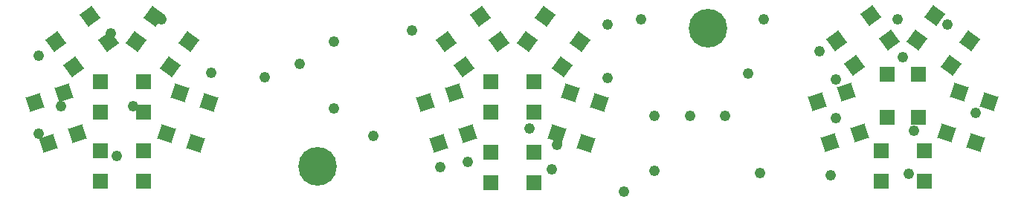
<source format=gts>
%FSLAX25Y25*%
%MOIN*%
G70*
G01*
G75*
G04 Layer_Color=128*
%ADD10P,0.08352X4X369.0*%
%ADD11P,0.08352X4X81.0*%
%ADD12P,0.08352X4X153.0*%
%ADD13R,0.05906X0.05906*%
%ADD14P,0.08352X4X117.0*%
%ADD15R,0.05906X0.05906*%
%ADD16C,0.05000*%
%ADD17C,0.02500*%
%ADD18C,0.16500*%
%ADD19C,0.04000*%
%ADD20R,0.05000X0.08000*%
%ADD21R,0.12205X0.17716*%
%ADD22C,0.01000*%
%ADD23C,0.01200*%
%ADD24C,0.01500*%
%ADD25P,0.06937X4X369.0*%
%ADD26P,0.06937X4X81.0*%
%ADD27P,0.06937X4X153.0*%
%ADD28R,0.04906X0.04906*%
%ADD29P,0.06937X4X117.0*%
%ADD30R,0.04906X0.04906*%
%ADD31R,0.04000X0.07000*%
%ADD32R,0.11205X0.16716*%
%ADD33P,0.09483X4X369.0*%
%ADD34P,0.09483X4X81.0*%
%ADD35P,0.09483X4X153.0*%
%ADD36R,0.06706X0.06706*%
%ADD37P,0.09483X4X117.0*%
%ADD38R,0.06706X0.06706*%
%ADD39C,0.17300*%
%ADD40C,0.04800*%
D33*
X938647Y900096D02*
D03*
X946746Y911244D02*
D03*
X954254Y888756D02*
D03*
X962353Y899904D02*
D03*
X1137853Y899904D02*
D03*
X1129754Y888756D02*
D03*
X1122246Y911244D02*
D03*
X1114147Y900096D02*
D03*
X1312353Y900404D02*
D03*
X1304254Y889256D02*
D03*
X1296746Y911744D02*
D03*
X1288647Y900596D02*
D03*
D34*
X910746Y888756D02*
D03*
X902647Y899904D02*
D03*
X926353Y900096D02*
D03*
X918254Y911244D02*
D03*
X1093254D02*
D03*
X1101353Y900096D02*
D03*
X1077647Y899904D02*
D03*
X1085746Y888756D02*
D03*
X1268254Y911744D02*
D03*
X1276353Y900596D02*
D03*
X1252647Y900404D02*
D03*
X1260746Y889256D02*
D03*
D35*
X912533Y858455D02*
D03*
X899428Y854197D02*
D03*
X906572Y876803D02*
D03*
X893467Y872544D02*
D03*
X1068467D02*
D03*
X1081572Y876803D02*
D03*
X1074428Y854197D02*
D03*
X1087533Y858455D02*
D03*
X1243967Y873044D02*
D03*
X1257072Y877303D02*
D03*
X1249928Y854697D02*
D03*
X1263033Y858955D02*
D03*
D36*
X942146Y850890D02*
D03*
Y837110D02*
D03*
X922854Y850890D02*
D03*
Y837110D02*
D03*
X942146Y881890D02*
D03*
Y868110D02*
D03*
X922854Y881890D02*
D03*
Y868110D02*
D03*
X1097854D02*
D03*
Y881890D02*
D03*
X1117146Y868110D02*
D03*
Y881890D02*
D03*
X1097854Y836610D02*
D03*
Y850390D02*
D03*
X1117146Y836610D02*
D03*
Y850390D02*
D03*
X1272854Y837110D02*
D03*
Y850890D02*
D03*
X1292146Y837110D02*
D03*
Y850890D02*
D03*
D37*
X965572Y854197D02*
D03*
X952467Y858455D02*
D03*
X971533Y872544D02*
D03*
X958428Y876803D02*
D03*
X1140572Y854197D02*
D03*
X1127467Y858455D02*
D03*
X1146533Y872544D02*
D03*
X1133428Y876803D02*
D03*
X1315072Y854697D02*
D03*
X1301967Y858955D02*
D03*
X1321033Y873044D02*
D03*
X1307928Y877303D02*
D03*
D38*
X1275610Y865854D02*
D03*
X1289390Y885146D02*
D03*
X1275610D02*
D03*
X1289390Y865854D02*
D03*
D39*
X1195000Y906000D02*
D03*
X1020000Y844000D02*
D03*
D40*
X1213216Y885716D02*
D03*
X1220000Y910000D02*
D03*
X1280000D02*
D03*
X1027500Y900000D02*
D03*
X1150000Y907500D02*
D03*
X1062500Y905000D02*
D03*
X1027500Y870000D02*
D03*
X1012252Y890000D02*
D03*
X996504Y883894D02*
D03*
X1045000Y857500D02*
D03*
X1157500Y832500D02*
D03*
X1165000Y910000D02*
D03*
X1218496Y840996D02*
D03*
X1202748Y866500D02*
D03*
X1187000Y866500D02*
D03*
X1171252D02*
D03*
X972500Y886000D02*
D03*
X937500Y871000D02*
D03*
X895000Y858500D02*
D03*
Y893500D02*
D03*
X905000Y871000D02*
D03*
X930000Y848500D02*
D03*
X927500Y903500D02*
D03*
X950000Y910000D02*
D03*
X1075000Y843500D02*
D03*
X1115000Y861000D02*
D03*
X1125000Y842500D02*
D03*
X1087500Y846000D02*
D03*
X1150000Y883500D02*
D03*
X1127500Y853500D02*
D03*
X1252500Y865500D02*
D03*
X1282500Y893000D02*
D03*
X1302500Y907500D02*
D03*
X1315000Y868000D02*
D03*
X1285000Y840500D02*
D03*
X1245000Y895500D02*
D03*
X1252500Y883000D02*
D03*
X1287500Y860000D02*
D03*
X1171252Y841894D02*
D03*
X1250000Y840000D02*
D03*
M02*

</source>
